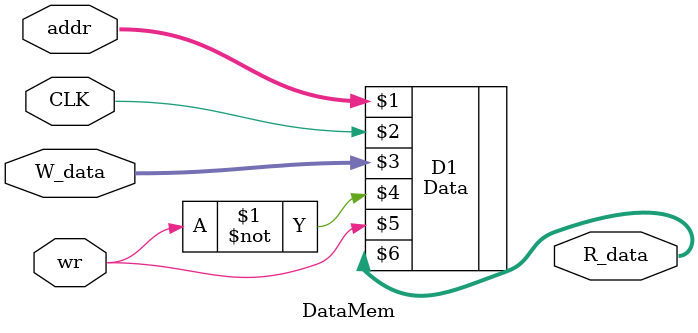
<source format=sv>

module DataMem(CLK, addr, wr, W_data, R_data);

input CLK;           //clock
input [0:7]addr;   //data address
input wr;   //data read/write selector
input [0:15]W_data;     //write data input
output reg [0:15] R_data;   //read data output

//data Memory intance
Data	D1(addr ,CLK, W_data ,~wr , wr, R_data ); 

endmodule 
</source>
